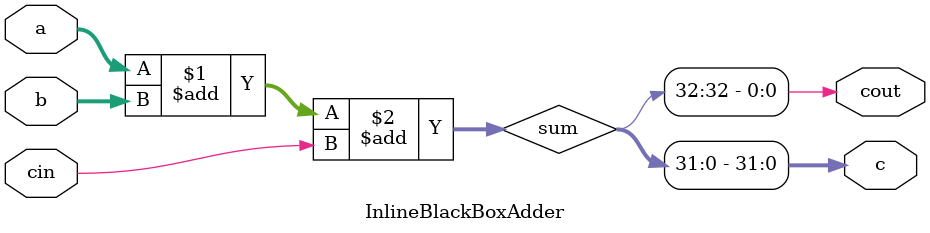
<source format=v>
module InlineBlackBoxAdder(a, b, cin, c, cout);
input  [31:0] a, b;
input  cin;
output [31:0] c;
output cout;
wire   [32:0] sum;

assign sum  = a + b + cin;
assign c    = sum[31:0];
assign cout = sum[32];

endmodule
</source>
